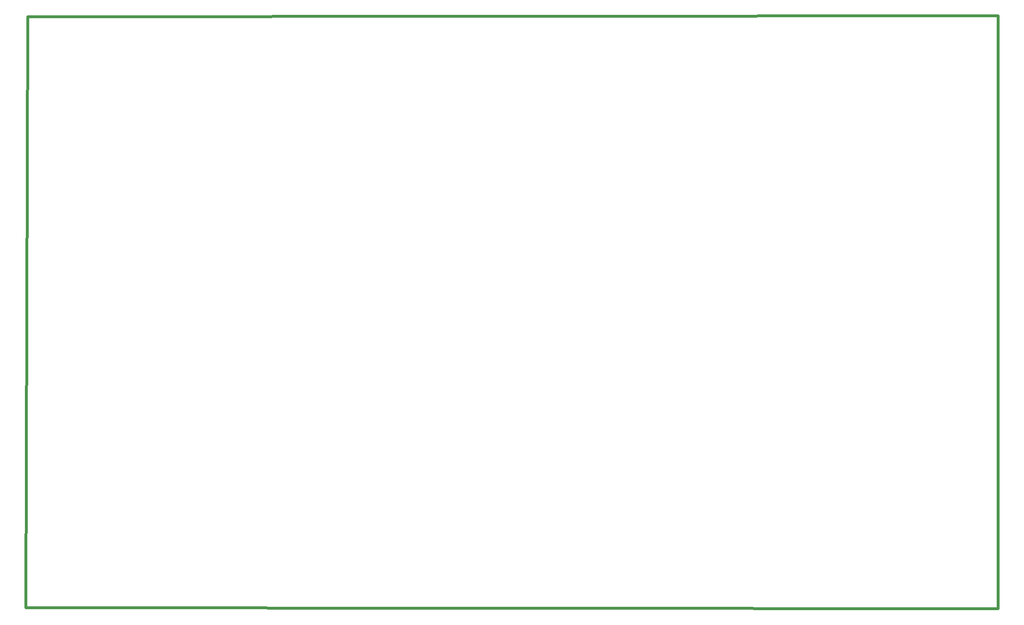
<source format=gbr>
G04 start of page 4 for group 2 idx 6 *
G04 Title: (unknown), outline *
G04 Creator: pcb 20110918 *
G04 CreationDate: Thu 19 Dec 2013 05:48:54 PM GMT UTC *
G04 For: main-user *
G04 Format: Gerber/RS-274X *
G04 PCB-Dimensions: 1574803 787402 *
G04 PCB-Coordinate-Origin: lower left *
%MOIN*%
%FSLAX25Y25*%
%LNOUTLINE*%
%ADD251C,0.0200*%
G54D251*X518189Y230591D02*X519390Y641792D01*
X1194997Y229902D02*X518189Y230591D01*
X1195000Y642402D02*X1194997Y229905D01*
X519547Y641792D02*X1195000Y642402D01*
M02*

</source>
